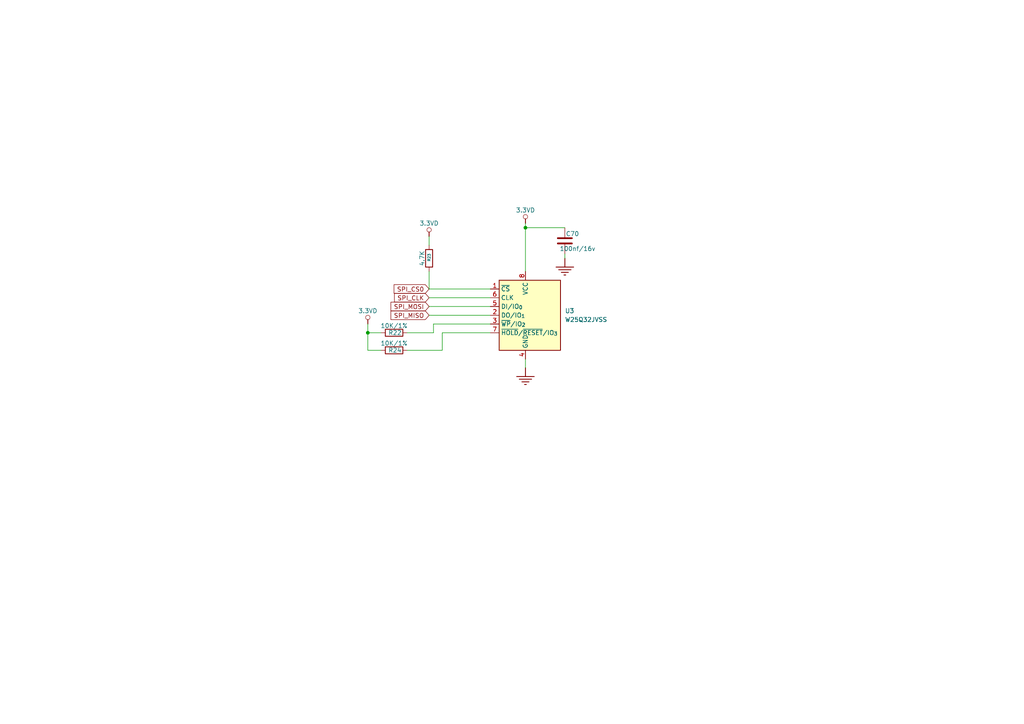
<source format=kicad_sch>
(kicad_sch
	(version 20250114)
	(generator "eeschema")
	(generator_version "9.0")
	(uuid "71037db6-a5f2-4ef6-8653-78fb524ee5bd")
	(paper "A4")
	(lib_symbols
		(symbol "Device:C"
			(pin_numbers
				(hide yes)
			)
			(pin_names
				(offset 0.254)
			)
			(exclude_from_sim no)
			(in_bom yes)
			(on_board yes)
			(property "Reference" "C"
				(at 0.635 2.54 0)
				(effects
					(font
						(size 1.27 1.27)
					)
					(justify left)
				)
			)
			(property "Value" "C"
				(at 0.635 -2.54 0)
				(effects
					(font
						(size 1.27 1.27)
					)
					(justify left)
				)
			)
			(property "Footprint" ""
				(at 0.9652 -3.81 0)
				(effects
					(font
						(size 1.27 1.27)
					)
					(hide yes)
				)
			)
			(property "Datasheet" "~"
				(at 0 0 0)
				(effects
					(font
						(size 1.27 1.27)
					)
					(hide yes)
				)
			)
			(property "Description" "Unpolarized capacitor"
				(at 0 0 0)
				(effects
					(font
						(size 1.27 1.27)
					)
					(hide yes)
				)
			)
			(property "ki_keywords" "cap capacitor"
				(at 0 0 0)
				(effects
					(font
						(size 1.27 1.27)
					)
					(hide yes)
				)
			)
			(property "ki_fp_filters" "C_*"
				(at 0 0 0)
				(effects
					(font
						(size 1.27 1.27)
					)
					(hide yes)
				)
			)
			(symbol "C_0_1"
				(polyline
					(pts
						(xy -2.032 0.762) (xy 2.032 0.762)
					)
					(stroke
						(width 0.508)
						(type default)
					)
					(fill
						(type none)
					)
				)
				(polyline
					(pts
						(xy -2.032 -0.762) (xy 2.032 -0.762)
					)
					(stroke
						(width 0.508)
						(type default)
					)
					(fill
						(type none)
					)
				)
			)
			(symbol "C_1_1"
				(pin passive line
					(at 0 3.81 270)
					(length 2.794)
					(name "~"
						(effects
							(font
								(size 1.27 1.27)
							)
						)
					)
					(number "1"
						(effects
							(font
								(size 1.27 1.27)
							)
						)
					)
				)
				(pin passive line
					(at 0 -3.81 90)
					(length 2.794)
					(name "~"
						(effects
							(font
								(size 1.27 1.27)
							)
						)
					)
					(number "2"
						(effects
							(font
								(size 1.27 1.27)
							)
						)
					)
				)
			)
			(embedded_fonts no)
		)
		(symbol "Device:R"
			(pin_numbers
				(hide yes)
			)
			(pin_names
				(offset 0)
			)
			(exclude_from_sim no)
			(in_bom yes)
			(on_board yes)
			(property "Reference" "R"
				(at 2.032 0 90)
				(effects
					(font
						(size 1.27 1.27)
					)
				)
			)
			(property "Value" "R"
				(at 0 0 90)
				(effects
					(font
						(size 1.27 1.27)
					)
				)
			)
			(property "Footprint" ""
				(at -1.778 0 90)
				(effects
					(font
						(size 1.27 1.27)
					)
					(hide yes)
				)
			)
			(property "Datasheet" "~"
				(at 0 0 0)
				(effects
					(font
						(size 1.27 1.27)
					)
					(hide yes)
				)
			)
			(property "Description" "Resistor"
				(at 0 0 0)
				(effects
					(font
						(size 1.27 1.27)
					)
					(hide yes)
				)
			)
			(property "ki_keywords" "R res resistor"
				(at 0 0 0)
				(effects
					(font
						(size 1.27 1.27)
					)
					(hide yes)
				)
			)
			(property "ki_fp_filters" "R_*"
				(at 0 0 0)
				(effects
					(font
						(size 1.27 1.27)
					)
					(hide yes)
				)
			)
			(symbol "R_0_1"
				(rectangle
					(start -1.016 -2.54)
					(end 1.016 2.54)
					(stroke
						(width 0.254)
						(type default)
					)
					(fill
						(type none)
					)
				)
			)
			(symbol "R_1_1"
				(pin passive line
					(at 0 3.81 270)
					(length 1.27)
					(name "~"
						(effects
							(font
								(size 1.27 1.27)
							)
						)
					)
					(number "1"
						(effects
							(font
								(size 1.27 1.27)
							)
						)
					)
				)
				(pin passive line
					(at 0 -3.81 90)
					(length 1.27)
					(name "~"
						(effects
							(font
								(size 1.27 1.27)
							)
						)
					)
					(number "2"
						(effects
							(font
								(size 1.27 1.27)
							)
						)
					)
				)
			)
			(embedded_fonts no)
		)
		(symbol "MT7688AN_Power-altium-import:3.3VD_CIRCLE"
			(power)
			(exclude_from_sim no)
			(in_bom yes)
			(on_board yes)
			(property "Reference" "#PWR"
				(at 0 0 0)
				(effects
					(font
						(size 1.27 1.27)
					)
					(hide yes)
				)
			)
			(property "Value" "3.3VD"
				(at 0 -3.81 0)
				(effects
					(font
						(size 1.27 1.27)
					)
				)
			)
			(property "Footprint" ""
				(at 0 0 0)
				(effects
					(font
						(size 1.27 1.27)
					)
					(hide yes)
				)
			)
			(property "Datasheet" ""
				(at 0 0 0)
				(effects
					(font
						(size 1.27 1.27)
					)
					(hide yes)
				)
			)
			(property "Description" "Power symbol creates a global label with name '3.3VD'"
				(at 0 0 0)
				(effects
					(font
						(size 1.27 1.27)
					)
					(hide yes)
				)
			)
			(property "ki_keywords" "power-flag"
				(at 0 0 0)
				(effects
					(font
						(size 1.27 1.27)
					)
					(hide yes)
				)
			)
			(symbol "3.3VD_CIRCLE_0_0"
				(polyline
					(pts
						(xy 0 0) (xy 0 -1.27)
					)
					(stroke
						(width 0.254)
						(type solid)
					)
					(fill
						(type none)
					)
				)
				(circle
					(center 0 -1.905)
					(radius 0.635)
					(stroke
						(width 0.127)
						(type solid)
					)
					(fill
						(type none)
					)
				)
				(pin power_in line
					(at 0 0 0)
					(length 0)
					(hide yes)
					(name "3.3VD"
						(effects
							(font
								(size 1.27 1.27)
							)
						)
					)
					(number ""
						(effects
							(font
								(size 1.27 1.27)
							)
						)
					)
				)
			)
			(embedded_fonts no)
		)
		(symbol "MT7688AN_Power-altium-import:GND_POWER_GROUND"
			(power)
			(exclude_from_sim no)
			(in_bom yes)
			(on_board yes)
			(property "Reference" "#PWR"
				(at 0 0 0)
				(effects
					(font
						(size 1.27 1.27)
					)
					(hide yes)
				)
			)
			(property "Value" "GND"
				(at 0 -6.35 0)
				(effects
					(font
						(size 1.27 1.27)
					)
				)
			)
			(property "Footprint" ""
				(at 0 0 0)
				(effects
					(font
						(size 1.27 1.27)
					)
					(hide yes)
				)
			)
			(property "Datasheet" ""
				(at 0 0 0)
				(effects
					(font
						(size 1.27 1.27)
					)
					(hide yes)
				)
			)
			(property "Description" "Power symbol creates a global label with name 'GND'"
				(at 0 0 0)
				(effects
					(font
						(size 1.27 1.27)
					)
					(hide yes)
				)
			)
			(property "ki_keywords" "power-flag"
				(at 0 0 0)
				(effects
					(font
						(size 1.27 1.27)
					)
					(hide yes)
				)
			)
			(symbol "GND_POWER_GROUND_0_0"
				(polyline
					(pts
						(xy -2.54 -2.54) (xy 2.54 -2.54)
					)
					(stroke
						(width 0.254)
						(type solid)
					)
					(fill
						(type none)
					)
				)
				(polyline
					(pts
						(xy -1.778 -3.302) (xy 1.778 -3.302)
					)
					(stroke
						(width 0.254)
						(type solid)
					)
					(fill
						(type none)
					)
				)
				(polyline
					(pts
						(xy -1.016 -4.064) (xy 1.016 -4.064)
					)
					(stroke
						(width 0.254)
						(type solid)
					)
					(fill
						(type none)
					)
				)
				(polyline
					(pts
						(xy -0.254 -4.826) (xy 0.254 -4.826)
					)
					(stroke
						(width 0.254)
						(type solid)
					)
					(fill
						(type none)
					)
				)
				(polyline
					(pts
						(xy 0 0) (xy 0 -2.54)
					)
					(stroke
						(width 0.254)
						(type solid)
					)
					(fill
						(type none)
					)
				)
				(pin power_in line
					(at 0 0 0)
					(length 0)
					(hide yes)
					(name "GND"
						(effects
							(font
								(size 1.27 1.27)
							)
						)
					)
					(number ""
						(effects
							(font
								(size 1.27 1.27)
							)
						)
					)
				)
			)
			(embedded_fonts no)
		)
		(symbol "Memory_Flash:W25Q32JVSS"
			(exclude_from_sim no)
			(in_bom yes)
			(on_board yes)
			(property "Reference" "U"
				(at -6.35 11.43 0)
				(effects
					(font
						(size 1.27 1.27)
					)
				)
			)
			(property "Value" "W25Q32JVSS"
				(at 7.62 11.43 0)
				(effects
					(font
						(size 1.27 1.27)
					)
				)
			)
			(property "Footprint" "Package_SO:SOIC-8_5.3x5.3mm_P1.27mm"
				(at 0 0 0)
				(effects
					(font
						(size 1.27 1.27)
					)
					(hide yes)
				)
			)
			(property "Datasheet" "http://www.winbond.com/resource-files/w25q32jv%20revg%2003272018%20plus.pdf"
				(at 0 0 0)
				(effects
					(font
						(size 1.27 1.27)
					)
					(hide yes)
				)
			)
			(property "Description" "32Mbit / 4MiB Serial Flash Memory, Standard/Dual/Quad SPI, 2.7-3.6V, SOIC-8 (208 mil)"
				(at 0 0 0)
				(effects
					(font
						(size 1.27 1.27)
					)
					(hide yes)
				)
			)
			(property "ki_keywords" "flash memory SPI"
				(at 0 0 0)
				(effects
					(font
						(size 1.27 1.27)
					)
					(hide yes)
				)
			)
			(property "ki_fp_filters" "*SOIC*5.3x5.3mm*P1.27mm*"
				(at 0 0 0)
				(effects
					(font
						(size 1.27 1.27)
					)
					(hide yes)
				)
			)
			(symbol "W25Q32JVSS_0_1"
				(rectangle
					(start -7.62 10.16)
					(end 10.16 -10.16)
					(stroke
						(width 0.254)
						(type default)
					)
					(fill
						(type background)
					)
				)
			)
			(symbol "W25Q32JVSS_1_1"
				(pin input line
					(at -10.16 7.62 0)
					(length 2.54)
					(name "~{CS}"
						(effects
							(font
								(size 1.27 1.27)
							)
						)
					)
					(number "1"
						(effects
							(font
								(size 1.27 1.27)
							)
						)
					)
				)
				(pin input line
					(at -10.16 5.08 0)
					(length 2.54)
					(name "CLK"
						(effects
							(font
								(size 1.27 1.27)
							)
						)
					)
					(number "6"
						(effects
							(font
								(size 1.27 1.27)
							)
						)
					)
				)
				(pin bidirectional line
					(at -10.16 2.54 0)
					(length 2.54)
					(name "DI/IO_{0}"
						(effects
							(font
								(size 1.27 1.27)
							)
						)
					)
					(number "5"
						(effects
							(font
								(size 1.27 1.27)
							)
						)
					)
				)
				(pin bidirectional line
					(at -10.16 0 0)
					(length 2.54)
					(name "DO/IO_{1}"
						(effects
							(font
								(size 1.27 1.27)
							)
						)
					)
					(number "2"
						(effects
							(font
								(size 1.27 1.27)
							)
						)
					)
				)
				(pin bidirectional line
					(at -10.16 -2.54 0)
					(length 2.54)
					(name "~{WP}/IO_{2}"
						(effects
							(font
								(size 1.27 1.27)
							)
						)
					)
					(number "3"
						(effects
							(font
								(size 1.27 1.27)
							)
						)
					)
				)
				(pin bidirectional line
					(at -10.16 -5.08 0)
					(length 2.54)
					(name "~{HOLD}/~{RESET}/IO_{3}"
						(effects
							(font
								(size 1.27 1.27)
							)
						)
					)
					(number "7"
						(effects
							(font
								(size 1.27 1.27)
							)
						)
					)
				)
				(pin power_in line
					(at 0 12.7 270)
					(length 2.54)
					(name "VCC"
						(effects
							(font
								(size 1.27 1.27)
							)
						)
					)
					(number "8"
						(effects
							(font
								(size 1.27 1.27)
							)
						)
					)
				)
				(pin power_in line
					(at 0 -12.7 90)
					(length 2.54)
					(name "GND"
						(effects
							(font
								(size 1.27 1.27)
							)
						)
					)
					(number "4"
						(effects
							(font
								(size 1.27 1.27)
							)
						)
					)
				)
			)
			(embedded_fonts no)
		)
	)
	(junction
		(at 106.68 96.52)
		(diameter 0)
		(color 0 0 0 0)
		(uuid "69eccb7c-3e4e-4e87-8b7d-92babfb32b4d")
	)
	(junction
		(at 152.4 66.04)
		(diameter 0)
		(color 0 0 0 0)
		(uuid "87d85c0e-a5a7-4fa2-9c46-5dead726a008")
	)
	(wire
		(pts
			(xy 118.11 101.6) (xy 128.27 101.6)
		)
		(stroke
			(width 0)
			(type default)
		)
		(uuid "00bebc86-d7c8-4759-b742-e54c3c6d4356")
	)
	(wire
		(pts
			(xy 124.46 83.82) (xy 142.24 83.82)
		)
		(stroke
			(width 0)
			(type default)
		)
		(uuid "09d740c7-f465-46ce-ab4d-65050162baa1")
	)
	(wire
		(pts
			(xy 124.46 88.9) (xy 142.24 88.9)
		)
		(stroke
			(width 0)
			(type default)
		)
		(uuid "1aee5e70-f848-4a28-bff6-bc370061921c")
	)
	(wire
		(pts
			(xy 124.46 78.74) (xy 124.46 83.82)
		)
		(stroke
			(width 0)
			(type default)
		)
		(uuid "2862c66e-6fe4-4182-860a-70bc103bdb0b")
	)
	(wire
		(pts
			(xy 128.27 96.52) (xy 142.24 96.52)
		)
		(stroke
			(width 0)
			(type default)
		)
		(uuid "50574a64-ebb1-4291-b926-f40c83144712")
	)
	(wire
		(pts
			(xy 124.46 71.12) (xy 124.46 68.58)
		)
		(stroke
			(width 0)
			(type default)
		)
		(uuid "5f4581de-fbcf-4287-ae42-373b45a76771")
	)
	(wire
		(pts
			(xy 152.4 66.04) (xy 152.4 78.74)
		)
		(stroke
			(width 0)
			(type default)
		)
		(uuid "6ba88ae8-5c2b-4eb2-b50a-71951fbd3eb3")
	)
	(wire
		(pts
			(xy 110.49 96.52) (xy 106.68 96.52)
		)
		(stroke
			(width 0)
			(type default)
		)
		(uuid "71b0524e-c80c-44f4-8542-bc4a5cbe06d7")
	)
	(wire
		(pts
			(xy 118.11 96.52) (xy 125.73 96.52)
		)
		(stroke
			(width 0)
			(type default)
		)
		(uuid "720ea8b2-a836-43be-94dc-7fb31d0dd752")
	)
	(wire
		(pts
			(xy 152.4 66.04) (xy 163.83 66.04)
		)
		(stroke
			(width 0)
			(type default)
		)
		(uuid "7d4dfd05-b75e-4f70-91b6-4bdbc98eda18")
	)
	(wire
		(pts
			(xy 163.83 73.66) (xy 163.83 74.93)
		)
		(stroke
			(width 0)
			(type default)
		)
		(uuid "a170da92-6d01-4034-b352-7658a5bd00a9")
	)
	(wire
		(pts
			(xy 106.68 96.52) (xy 106.68 93.98)
		)
		(stroke
			(width 0)
			(type default)
		)
		(uuid "b5250e35-45cb-4a05-b312-7b02b65c6f29")
	)
	(wire
		(pts
			(xy 106.68 101.6) (xy 106.68 96.52)
		)
		(stroke
			(width 0)
			(type default)
		)
		(uuid "bd888942-c989-48f7-bb45-145c7eeeb67e")
	)
	(wire
		(pts
			(xy 125.73 96.52) (xy 125.73 93.98)
		)
		(stroke
			(width 0)
			(type default)
		)
		(uuid "c60625a7-0a26-4b5c-9e79-9a8d16e4b692")
	)
	(wire
		(pts
			(xy 152.4 106.68) (xy 152.4 104.14)
		)
		(stroke
			(width 0)
			(type default)
		)
		(uuid "d152aef8-0962-4cda-8ccb-b8ae4c6801e5")
	)
	(wire
		(pts
			(xy 128.27 101.6) (xy 128.27 96.52)
		)
		(stroke
			(width 0)
			(type default)
		)
		(uuid "d85393ee-ad6d-4744-a520-115baf66851f")
	)
	(wire
		(pts
			(xy 152.4 64.77) (xy 152.4 66.04)
		)
		(stroke
			(width 0)
			(type default)
		)
		(uuid "deea3aee-aac2-4c1b-b563-4c3d756bf865")
	)
	(wire
		(pts
			(xy 110.49 101.6) (xy 106.68 101.6)
		)
		(stroke
			(width 0)
			(type default)
		)
		(uuid "e9cfaf75-1265-4f7c-87a5-a4ba03dfefb2")
	)
	(wire
		(pts
			(xy 125.73 93.98) (xy 142.24 93.98)
		)
		(stroke
			(width 0)
			(type default)
		)
		(uuid "f30b2ae2-0756-4e60-9e03-8d887b84efba")
	)
	(wire
		(pts
			(xy 124.46 86.36) (xy 142.24 86.36)
		)
		(stroke
			(width 0)
			(type default)
		)
		(uuid "f6115702-5932-4007-adbb-e6bb349059fa")
	)
	(wire
		(pts
			(xy 124.46 91.44) (xy 142.24 91.44)
		)
		(stroke
			(width 0)
			(type default)
		)
		(uuid "f73256ec-eb96-43d7-b43a-91d4df1d5346")
	)
	(global_label "SPI_MOSI"
		(shape input)
		(at 124.46 88.9 180)
		(fields_autoplaced yes)
		(effects
			(font
				(size 1.27 1.27)
			)
			(justify right)
		)
		(uuid "00c9ee80-a2e2-4918-b9fc-666541626ebc")
		(property "Intersheetrefs" "${INTERSHEET_REFS}"
			(at 112.8267 88.9 0)
			(effects
				(font
					(size 1.27 1.27)
				)
				(justify right)
				(hide yes)
			)
		)
	)
	(global_label "SPI_CS0"
		(shape input)
		(at 124.46 83.82 180)
		(fields_autoplaced yes)
		(effects
			(font
				(size 1.27 1.27)
			)
			(justify right)
		)
		(uuid "398b9034-dab4-431d-bdeb-48eb9ea658ce")
		(property "Intersheetrefs" "${INTERSHEET_REFS}"
			(at 113.7339 83.82 0)
			(effects
				(font
					(size 1.27 1.27)
				)
				(justify right)
				(hide yes)
			)
		)
	)
	(global_label "SPI_MISO"
		(shape input)
		(at 124.46 91.44 180)
		(fields_autoplaced yes)
		(effects
			(font
				(size 1.27 1.27)
			)
			(justify right)
		)
		(uuid "c0d213b7-a7e6-4bc5-a3a8-75159bf50d6a")
		(property "Intersheetrefs" "${INTERSHEET_REFS}"
			(at 112.8267 91.44 0)
			(effects
				(font
					(size 1.27 1.27)
				)
				(justify right)
				(hide yes)
			)
		)
	)
	(global_label "SPI_CLK"
		(shape input)
		(at 124.46 86.36 180)
		(fields_autoplaced yes)
		(effects
			(font
				(size 1.27 1.27)
			)
			(justify right)
		)
		(uuid "f0906acf-10bb-4099-ba25-59f3b9086629")
		(property "Intersheetrefs" "${INTERSHEET_REFS}"
			(at 113.8548 86.36 0)
			(effects
				(font
					(size 1.27 1.27)
				)
				(justify right)
				(hide yes)
			)
		)
	)
	(symbol
		(lib_id "Device:R")
		(at 124.46 74.93 180)
		(unit 1)
		(exclude_from_sim no)
		(in_bom yes)
		(on_board yes)
		(dnp no)
		(uuid "263de7e7-41d1-4039-88a7-99cadd4b60a1")
		(property "Reference" "R23"
			(at 124.46 74.676 90)
			(effects
				(font
					(size 0.762 0.762)
				)
			)
		)
		(property "Value" "4.7K"
			(at 122.428 74.93 90)
			(effects
				(font
					(size 1.27 1.27)
				)
			)
		)
		(property "Footprint" "Resistor_SMD:R_0402_1005Metric"
			(at 126.238 74.93 90)
			(effects
				(font
					(size 1.27 1.27)
				)
				(hide yes)
			)
		)
		(property "Datasheet" "~"
			(at 124.46 74.93 0)
			(effects
				(font
					(size 1.27 1.27)
				)
				(hide yes)
			)
		)
		(property "Description" "Resistor"
			(at 124.46 74.93 0)
			(effects
				(font
					(size 1.27 1.27)
				)
				(hide yes)
			)
		)
		(property "LCSC" "C25900"
			(at 124.46 74.93 90)
			(effects
				(font
					(size 1.27 1.27)
				)
				(hide yes)
			)
		)
		(pin "2"
			(uuid "99ba32cb-a428-4cb5-92b5-625d0f352ebe")
		)
		(pin "1"
			(uuid "b8279827-50ed-4111-bf6e-936f1bee769b")
		)
		(instances
			(project "mt7628v1"
				(path "/144686d4-2b77-460c-9924-cc86faff7e9d/e726f949-87b9-4003-b19f-514b2cb91158"
					(reference "R23")
					(unit 1)
				)
			)
		)
	)
	(symbol
		(lib_id "MT7688AN_Power-altium-import:3.3VD_CIRCLE")
		(at 152.4 64.77 180)
		(unit 1)
		(exclude_from_sim no)
		(in_bom yes)
		(on_board yes)
		(dnp no)
		(uuid "3223516b-f243-4da8-a3c0-1290832f9ca6")
		(property "Reference" "#PWR036"
			(at 152.4 64.77 0)
			(effects
				(font
					(size 1.27 1.27)
				)
				(hide yes)
			)
		)
		(property "Value" "3.3VD"
			(at 152.4 60.96 0)
			(effects
				(font
					(size 1.27 1.27)
				)
			)
		)
		(property "Footprint" ""
			(at 152.4 64.77 0)
			(effects
				(font
					(size 1.27 1.27)
				)
			)
		)
		(property "Datasheet" ""
			(at 152.4 64.77 0)
			(effects
				(font
					(size 1.27 1.27)
				)
			)
		)
		(property "Description" ""
			(at 152.4 64.77 0)
			(effects
				(font
					(size 1.27 1.27)
				)
			)
		)
		(pin ""
			(uuid "52d5f95a-0f98-40c8-9fca-f0671739a51e")
		)
		(instances
			(project "mt7628v1"
				(path "/144686d4-2b77-460c-9924-cc86faff7e9d/e726f949-87b9-4003-b19f-514b2cb91158"
					(reference "#PWR036")
					(unit 1)
				)
			)
		)
	)
	(symbol
		(lib_id "MT7688AN_Power-altium-import:GND_POWER_GROUND")
		(at 163.83 74.93 0)
		(unit 1)
		(exclude_from_sim no)
		(in_bom yes)
		(on_board yes)
		(dnp no)
		(uuid "38de2116-1cdd-4020-86bd-c475b3143e65")
		(property "Reference" "#PWR037"
			(at 163.83 74.93 0)
			(effects
				(font
					(size 1.27 1.27)
				)
				(hide yes)
			)
		)
		(property "Value" "GND"
			(at 163.83 81.28 0)
			(effects
				(font
					(size 1.27 1.27)
				)
				(hide yes)
			)
		)
		(property "Footprint" ""
			(at 163.83 74.93 0)
			(effects
				(font
					(size 1.27 1.27)
				)
			)
		)
		(property "Datasheet" ""
			(at 163.83 74.93 0)
			(effects
				(font
					(size 1.27 1.27)
				)
			)
		)
		(property "Description" ""
			(at 163.83 74.93 0)
			(effects
				(font
					(size 1.27 1.27)
				)
			)
		)
		(pin ""
			(uuid "d5ea76e2-4fa7-42f8-83a4-d9f54cd776c2")
		)
		(instances
			(project "mt7628v1"
				(path "/144686d4-2b77-460c-9924-cc86faff7e9d/e726f949-87b9-4003-b19f-514b2cb91158"
					(reference "#PWR037")
					(unit 1)
				)
			)
		)
	)
	(symbol
		(lib_id "MT7688AN_Power-altium-import:3.3VD_CIRCLE")
		(at 106.68 93.98 180)
		(unit 1)
		(exclude_from_sim no)
		(in_bom yes)
		(on_board yes)
		(dnp no)
		(uuid "5222527a-3734-4102-9c66-420f5622a9d9")
		(property "Reference" "#PWR035"
			(at 106.68 93.98 0)
			(effects
				(font
					(size 1.27 1.27)
				)
				(hide yes)
			)
		)
		(property "Value" "3.3VD"
			(at 106.68 90.17 0)
			(effects
				(font
					(size 1.27 1.27)
				)
			)
		)
		(property "Footprint" ""
			(at 106.68 93.98 0)
			(effects
				(font
					(size 1.27 1.27)
				)
			)
		)
		(property "Datasheet" ""
			(at 106.68 93.98 0)
			(effects
				(font
					(size 1.27 1.27)
				)
			)
		)
		(property "Description" ""
			(at 106.68 93.98 0)
			(effects
				(font
					(size 1.27 1.27)
				)
			)
		)
		(pin ""
			(uuid "fa91aac7-14cc-4ffa-8495-f516688f8729")
		)
		(instances
			(project "mt7628v1"
				(path "/144686d4-2b77-460c-9924-cc86faff7e9d/e726f949-87b9-4003-b19f-514b2cb91158"
					(reference "#PWR035")
					(unit 1)
				)
			)
		)
	)
	(symbol
		(lib_id "Device:R")
		(at 114.3 96.52 90)
		(unit 1)
		(exclude_from_sim no)
		(in_bom yes)
		(on_board yes)
		(dnp no)
		(uuid "5bbad390-0119-4862-82eb-6e68e800d4c1")
		(property "Reference" "R22"
			(at 114.554 96.52 90)
			(effects
				(font
					(size 1.27 1.27)
				)
			)
		)
		(property "Value" "10K/1%"
			(at 114.3 94.488 90)
			(effects
				(font
					(size 1.27 1.27)
				)
			)
		)
		(property "Footprint" ""
			(at 114.3 98.298 90)
			(effects
				(font
					(size 1.27 1.27)
				)
				(hide yes)
			)
		)
		(property "Datasheet" "~"
			(at 114.3 96.52 0)
			(effects
				(font
					(size 1.27 1.27)
				)
				(hide yes)
			)
		)
		(property "Description" "Resistor"
			(at 114.3 96.52 0)
			(effects
				(font
					(size 1.27 1.27)
				)
				(hide yes)
			)
		)
		(pin "2"
			(uuid "e9241434-eaba-4eb5-b257-4355d0109553")
		)
		(pin "1"
			(uuid "15a4e38c-c76e-487c-9f71-23546034e01d")
		)
		(instances
			(project "mt7628v1"
				(path "/144686d4-2b77-460c-9924-cc86faff7e9d/e726f949-87b9-4003-b19f-514b2cb91158"
					(reference "R22")
					(unit 1)
				)
			)
		)
	)
	(symbol
		(lib_id "MT7688AN_Power-altium-import:GND_POWER_GROUND")
		(at 152.4 106.68 0)
		(unit 1)
		(exclude_from_sim no)
		(in_bom yes)
		(on_board yes)
		(dnp no)
		(uuid "7b1037b3-d3eb-49e4-a9d8-14d369807abb")
		(property "Reference" "#PWR038"
			(at 152.4 106.68 0)
			(effects
				(font
					(size 1.27 1.27)
				)
				(hide yes)
			)
		)
		(property "Value" "GND"
			(at 152.4 113.03 0)
			(effects
				(font
					(size 1.27 1.27)
				)
				(hide yes)
			)
		)
		(property "Footprint" ""
			(at 152.4 106.68 0)
			(effects
				(font
					(size 1.27 1.27)
				)
			)
		)
		(property "Datasheet" ""
			(at 152.4 106.68 0)
			(effects
				(font
					(size 1.27 1.27)
				)
			)
		)
		(property "Description" ""
			(at 152.4 106.68 0)
			(effects
				(font
					(size 1.27 1.27)
				)
			)
		)
		(pin ""
			(uuid "472ccb6b-f08b-437d-85bf-80db6c252f36")
		)
		(instances
			(project "mt7628v1"
				(path "/144686d4-2b77-460c-9924-cc86faff7e9d/e726f949-87b9-4003-b19f-514b2cb91158"
					(reference "#PWR038")
					(unit 1)
				)
			)
		)
	)
	(symbol
		(lib_id "MT7688AN_Power-altium-import:3.3VD_CIRCLE")
		(at 124.46 68.58 180)
		(unit 1)
		(exclude_from_sim no)
		(in_bom yes)
		(on_board yes)
		(dnp no)
		(uuid "8a917cb8-df19-4e9d-926e-0442e2880e42")
		(property "Reference" "#PWR034"
			(at 124.46 68.58 0)
			(effects
				(font
					(size 1.27 1.27)
				)
				(hide yes)
			)
		)
		(property "Value" "3.3VD"
			(at 124.46 64.77 0)
			(effects
				(font
					(size 1.27 1.27)
				)
			)
		)
		(property "Footprint" ""
			(at 124.46 68.58 0)
			(effects
				(font
					(size 1.27 1.27)
				)
			)
		)
		(property "Datasheet" ""
			(at 124.46 68.58 0)
			(effects
				(font
					(size 1.27 1.27)
				)
			)
		)
		(property "Description" ""
			(at 124.46 68.58 0)
			(effects
				(font
					(size 1.27 1.27)
				)
			)
		)
		(pin ""
			(uuid "7c9a3522-a1e1-4149-920c-384dd35a1d2f")
		)
		(instances
			(project "mt7628v1"
				(path "/144686d4-2b77-460c-9924-cc86faff7e9d/e726f949-87b9-4003-b19f-514b2cb91158"
					(reference "#PWR034")
					(unit 1)
				)
			)
		)
	)
	(symbol
		(lib_id "Device:C")
		(at 163.83 69.85 0)
		(unit 1)
		(exclude_from_sim no)
		(in_bom yes)
		(on_board yes)
		(dnp no)
		(uuid "b558dea1-da50-483e-840d-3e1a0e46143d")
		(property "Reference" "C70"
			(at 164.084 67.818 0)
			(effects
				(font
					(size 1.27 1.27)
				)
				(justify left)
			)
		)
		(property "Value" "100nf/16v"
			(at 162.306 72.136 0)
			(effects
				(font
					(size 1.27 1.27)
				)
				(justify left)
			)
		)
		(property "Footprint" ""
			(at 164.7952 73.66 0)
			(effects
				(font
					(size 1.27 1.27)
				)
				(hide yes)
			)
		)
		(property "Datasheet" "~"
			(at 163.83 69.85 0)
			(effects
				(font
					(size 1.27 1.27)
				)
				(hide yes)
			)
		)
		(property "Description" "Unpolarized capacitor"
			(at 163.83 69.85 0)
			(effects
				(font
					(size 1.27 1.27)
				)
				(hide yes)
			)
		)
		(pin "2"
			(uuid "393deecf-6915-49fd-843b-3fcd3e932db8")
		)
		(pin "1"
			(uuid "da29aacf-f256-41dd-91a5-6c2ad30304cb")
		)
		(instances
			(project "mt7628v1"
				(path "/144686d4-2b77-460c-9924-cc86faff7e9d/e726f949-87b9-4003-b19f-514b2cb91158"
					(reference "C70")
					(unit 1)
				)
			)
		)
	)
	(symbol
		(lib_id "Device:R")
		(at 114.3 101.6 90)
		(unit 1)
		(exclude_from_sim no)
		(in_bom yes)
		(on_board yes)
		(dnp no)
		(uuid "d86f1cfe-4edf-473f-8c4f-41f58be1444d")
		(property "Reference" "R24"
			(at 114.554 101.6 90)
			(effects
				(font
					(size 1.27 1.27)
				)
			)
		)
		(property "Value" "10K/1%"
			(at 114.3 99.568 90)
			(effects
				(font
					(size 1.27 1.27)
				)
			)
		)
		(property "Footprint" ""
			(at 114.3 103.378 90)
			(effects
				(font
					(size 1.27 1.27)
				)
				(hide yes)
			)
		)
		(property "Datasheet" "~"
			(at 114.3 101.6 0)
			(effects
				(font
					(size 1.27 1.27)
				)
				(hide yes)
			)
		)
		(property "Description" "Resistor"
			(at 114.3 101.6 0)
			(effects
				(font
					(size 1.27 1.27)
				)
				(hide yes)
			)
		)
		(pin "2"
			(uuid "db26cfa4-c090-47c6-ba65-a83ffc4284f9")
		)
		(pin "1"
			(uuid "671326df-3e34-411c-bb0e-c2c9947c71ad")
		)
		(instances
			(project "mt7628v1"
				(path "/144686d4-2b77-460c-9924-cc86faff7e9d/e726f949-87b9-4003-b19f-514b2cb91158"
					(reference "R24")
					(unit 1)
				)
			)
		)
	)
	(symbol
		(lib_id "Memory_Flash:W25Q32JVSS")
		(at 152.4 91.44 0)
		(unit 1)
		(exclude_from_sim no)
		(in_bom yes)
		(on_board yes)
		(dnp no)
		(fields_autoplaced yes)
		(uuid "e7ef2dc9-790c-45eb-a8ff-a85aa5b3f731")
		(property "Reference" "U3"
			(at 163.83 90.1699 0)
			(effects
				(font
					(size 1.27 1.27)
				)
				(justify left)
			)
		)
		(property "Value" "W25Q32JVSS"
			(at 163.83 92.7099 0)
			(effects
				(font
					(size 1.27 1.27)
				)
				(justify left)
			)
		)
		(property "Footprint" "Package_SO:SOIC-8_5.3x5.3mm_P1.27mm"
			(at 152.4 91.44 0)
			(effects
				(font
					(size 1.27 1.27)
				)
				(hide yes)
			)
		)
		(property "Datasheet" "http://www.winbond.com/resource-files/w25q32jv%20revg%2003272018%20plus.pdf"
			(at 152.4 91.44 0)
			(effects
				(font
					(size 1.27 1.27)
				)
				(hide yes)
			)
		)
		(property "Description" "32Mbit / 4MiB Serial Flash Memory, Standard/Dual/Quad SPI, 2.7-3.6V, SOIC-8 (208 mil)"
			(at 152.4 91.44 0)
			(effects
				(font
					(size 1.27 1.27)
				)
				(hide yes)
			)
		)
		(pin "2"
			(uuid "fd59c109-a618-4b2d-979c-e99a035fb7ea")
		)
		(pin "1"
			(uuid "4eacebac-d41d-469e-9a51-9a1b9320aaf8")
		)
		(pin "6"
			(uuid "5f76e021-41a0-49ba-b357-85de6c00f13a")
		)
		(pin "3"
			(uuid "c3d06d7b-aa0f-4a1c-94ff-36c7d278a9ec")
		)
		(pin "4"
			(uuid "31bc3773-913a-4d58-b044-675a2e00a008")
		)
		(pin "5"
			(uuid "ebd86a60-81bf-43f8-9c0d-2b0bde4e7a4c")
		)
		(pin "7"
			(uuid "496d7e4d-7c62-4d2f-bcb1-c3c33db57b4f")
		)
		(pin "8"
			(uuid "ac5b99db-1a0a-4bd3-9519-63d48884a970")
		)
		(instances
			(project ""
				(path "/144686d4-2b77-460c-9924-cc86faff7e9d/e726f949-87b9-4003-b19f-514b2cb91158"
					(reference "U3")
					(unit 1)
				)
			)
		)
	)
)

</source>
